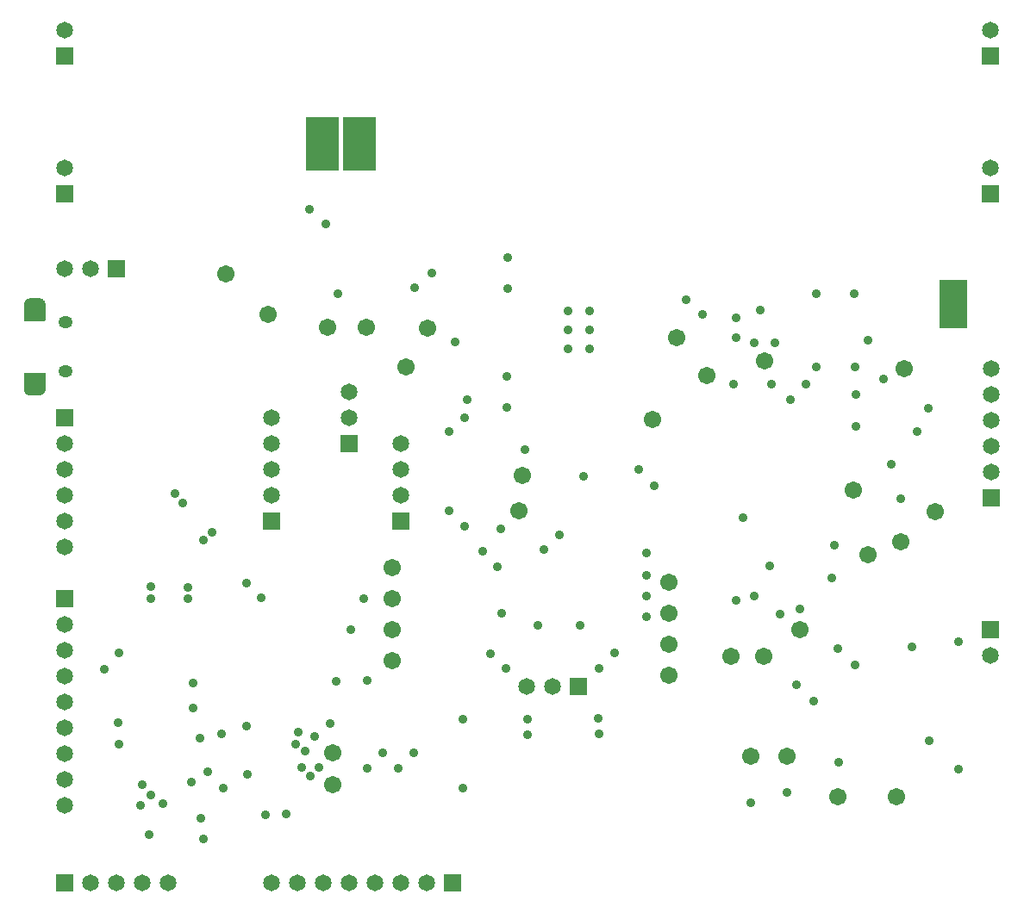
<source format=gbs>
G04*
G04 #@! TF.GenerationSoftware,Altium Limited,Altium Designer,18.1.9 (240)*
G04*
G04 Layer_Color=16711935*
%FSLAX25Y25*%
%MOIN*%
G70*
G01*
G75*
%ADD42O,0.05324X0.02667*%
%ADD43O,0.05521X0.04734*%
%ADD44C,0.06506*%
%ADD45R,0.06506X0.06506*%
%ADD46R,0.06506X0.06506*%
%ADD47C,0.06702*%
%ADD48C,0.03600*%
%ADD104R,0.10500X0.19000*%
%ADD105R,0.12819X0.21000*%
G36*
X15256Y214943D02*
X15302Y214932D01*
X15345Y214914D01*
X15385Y214889D01*
X15421Y214859D01*
X15452Y214823D01*
X15477Y214782D01*
X15495Y214739D01*
X15506Y214693D01*
X15510Y214646D01*
Y208347D01*
Y207955D01*
X15509Y207943D01*
Y207931D01*
X15507Y207920D01*
X15506Y207908D01*
X15503Y207896D01*
X15501Y207885D01*
X15498Y207873D01*
X15495Y207862D01*
X15490Y207851D01*
X15487Y207840D01*
X15187Y207116D01*
X15182Y207106D01*
X15177Y207095D01*
X15171Y207085D01*
X15166Y207074D01*
X15159Y207065D01*
X15152Y207054D01*
X15145Y207046D01*
X15138Y207036D01*
X15129Y207028D01*
X15122Y207019D01*
X14568Y206465D01*
X14559Y206457D01*
X14551Y206449D01*
X14541Y206442D01*
X14532Y206434D01*
X14522Y206428D01*
X14513Y206421D01*
X14502Y206416D01*
X14492Y206410D01*
X14481Y206405D01*
X14470Y206400D01*
X13747Y206100D01*
X13736Y206096D01*
X13725Y206092D01*
X13713Y206089D01*
X13702Y206085D01*
X13690Y206083D01*
X13679Y206081D01*
X13667Y206080D01*
X13655Y206078D01*
X13644D01*
X13632Y206077D01*
X9305D01*
X9293Y206078D01*
X9282D01*
X9270Y206080D01*
X9258Y206081D01*
X9247Y206083D01*
X9235Y206085D01*
X9224Y206089D01*
X9212Y206092D01*
X9201Y206096D01*
X9190Y206100D01*
X8467Y206400D01*
X8456Y206405D01*
X8445Y206410D01*
X8435Y206416D01*
X8424Y206421D01*
X8415Y206428D01*
X8405Y206434D01*
X8396Y206442D01*
X8386Y206449D01*
X8378Y206457D01*
X8369Y206465D01*
X7815Y207019D01*
X7807Y207028D01*
X7799Y207036D01*
X7792Y207046D01*
X7785Y207054D01*
X7778Y207065D01*
X7771Y207074D01*
X7766Y207085D01*
X7760Y207095D01*
X7755Y207106D01*
X7750Y207116D01*
X7450Y207840D01*
X7447Y207851D01*
X7442Y207862D01*
X7439Y207873D01*
X7436Y207885D01*
X7434Y207896D01*
X7431Y207908D01*
X7430Y207920D01*
X7428Y207931D01*
Y207943D01*
X7427Y207955D01*
Y208347D01*
Y214646D01*
X7431Y214693D01*
X7442Y214739D01*
X7460Y214782D01*
X7485Y214823D01*
X7516Y214859D01*
X7552Y214889D01*
X7592Y214914D01*
X7635Y214932D01*
X7681Y214943D01*
X7728Y214947D01*
X15209D01*
X15256Y214943D01*
D02*
G37*
G36*
X13644Y243686D02*
X13655D01*
X13667Y243684D01*
X13679Y243683D01*
X13690Y243680D01*
X13702Y243678D01*
X13713Y243675D01*
X13725Y243672D01*
X13736Y243668D01*
X13747Y243664D01*
X14470Y243364D01*
X14481Y243359D01*
X14492Y243354D01*
X14502Y243348D01*
X14513Y243343D01*
X14522Y243336D01*
X14532Y243330D01*
X14541Y243322D01*
X14551Y243315D01*
X14559Y243307D01*
X14568Y243299D01*
X15122Y242745D01*
X15129Y242736D01*
X15138Y242728D01*
X15145Y242718D01*
X15152Y242709D01*
X15159Y242699D01*
X15166Y242690D01*
X15171Y242679D01*
X15177Y242669D01*
X15182Y242658D01*
X15187Y242648D01*
X15487Y241924D01*
X15490Y241913D01*
X15495Y241902D01*
X15498Y241890D01*
X15501Y241879D01*
X15503Y241867D01*
X15506Y241856D01*
X15507Y241844D01*
X15509Y241832D01*
Y241821D01*
X15510Y241809D01*
Y241417D01*
Y235118D01*
X15506Y235071D01*
X15495Y235025D01*
X15477Y234981D01*
X15452Y234941D01*
X15421Y234905D01*
X15385Y234875D01*
X15345Y234850D01*
X15302Y234832D01*
X15256Y234821D01*
X15209Y234817D01*
X7728D01*
X7681Y234821D01*
X7635Y234832D01*
X7592Y234850D01*
X7552Y234875D01*
X7516Y234905D01*
X7485Y234941D01*
X7460Y234981D01*
X7442Y235025D01*
X7431Y235071D01*
X7427Y235118D01*
Y241417D01*
Y241809D01*
X7428Y241821D01*
Y241832D01*
X7430Y241844D01*
X7431Y241856D01*
X7434Y241867D01*
X7436Y241879D01*
X7439Y241890D01*
X7442Y241902D01*
X7447Y241913D01*
X7450Y241924D01*
X7750Y242648D01*
X7755Y242658D01*
X7760Y242669D01*
X7766Y242679D01*
X7771Y242690D01*
X7778Y242699D01*
X7785Y242709D01*
X7792Y242718D01*
X7799Y242728D01*
X7807Y242736D01*
X7815Y242745D01*
X8369Y243299D01*
X8378Y243307D01*
X8386Y243315D01*
X8396Y243322D01*
X8405Y243330D01*
X8415Y243336D01*
X8424Y243343D01*
X8435Y243348D01*
X8445Y243354D01*
X8456Y243359D01*
X8467Y243364D01*
X9190Y243664D01*
X9201Y243668D01*
X9212Y243672D01*
X9224Y243675D01*
X9235Y243678D01*
X9247Y243680D01*
X9258Y243683D01*
X9270Y243684D01*
X9282Y243686D01*
X9293D01*
X9305Y243687D01*
X13632D01*
X13644Y243686D01*
D02*
G37*
D42*
X11468Y211053D02*
D03*
Y238711D02*
D03*
D43*
X23280Y215335D02*
D03*
Y234429D02*
D03*
D44*
X63000Y17500D02*
D03*
X53000D02*
D03*
X43000D02*
D03*
X33000D02*
D03*
X133000Y197500D02*
D03*
Y207500D02*
D03*
X163000Y17500D02*
D03*
X153000D02*
D03*
X143000D02*
D03*
X133000D02*
D03*
X123000D02*
D03*
X113000D02*
D03*
X103000D02*
D03*
X23000Y187500D02*
D03*
Y177500D02*
D03*
Y167500D02*
D03*
Y157500D02*
D03*
Y147500D02*
D03*
X103000Y197500D02*
D03*
Y187500D02*
D03*
Y177500D02*
D03*
Y167500D02*
D03*
X23000Y107500D02*
D03*
Y97500D02*
D03*
Y87500D02*
D03*
Y77500D02*
D03*
Y67500D02*
D03*
Y57500D02*
D03*
Y47500D02*
D03*
Y117500D02*
D03*
X153000Y187500D02*
D03*
Y177500D02*
D03*
Y167500D02*
D03*
X211500Y93500D02*
D03*
X201500D02*
D03*
X381000Y347500D02*
D03*
Y294000D02*
D03*
X23000Y347500D02*
D03*
Y294000D02*
D03*
X381000Y105626D02*
D03*
X381233Y176540D02*
D03*
Y186540D02*
D03*
Y196540D02*
D03*
Y206540D02*
D03*
Y216540D02*
D03*
X33000Y255000D02*
D03*
X23000D02*
D03*
D45*
Y17500D02*
D03*
X173000D02*
D03*
X221500Y93500D02*
D03*
X43000Y255000D02*
D03*
D46*
X133000Y187500D02*
D03*
X23000Y197500D02*
D03*
X103000Y157500D02*
D03*
X23000Y127500D02*
D03*
X153000Y157500D02*
D03*
X381000Y337500D02*
D03*
Y284000D02*
D03*
X23000Y337500D02*
D03*
Y284000D02*
D03*
X381000Y115626D02*
D03*
X381233Y166540D02*
D03*
D47*
X322100Y50700D02*
D03*
X344693D02*
D03*
X139500Y232500D02*
D03*
X124500D02*
D03*
X307206Y115500D02*
D03*
X333733Y144500D02*
D03*
X359733Y161140D02*
D03*
X346473Y149640D02*
D03*
X347733Y216380D02*
D03*
X328000Y169500D02*
D03*
X271333Y213928D02*
D03*
X250233Y196845D02*
D03*
X302400Y66500D02*
D03*
X288200D02*
D03*
X293500Y219500D02*
D03*
X126500Y55500D02*
D03*
X293240Y105000D02*
D03*
X126500Y67958D02*
D03*
X280500Y105000D02*
D03*
X256600Y97767D02*
D03*
Y109767D02*
D03*
Y121767D02*
D03*
Y133767D02*
D03*
X149500Y103382D02*
D03*
Y115382D02*
D03*
Y127382D02*
D03*
Y139382D02*
D03*
X101500Y237500D02*
D03*
X198500Y161500D02*
D03*
X85240Y253240D02*
D03*
X163200Y232000D02*
D03*
X155000Y217206D02*
D03*
X200050Y175050D02*
D03*
X259500Y228584D02*
D03*
D48*
X80000Y153172D02*
D03*
X76793Y150000D02*
D03*
X65658Y168000D02*
D03*
X68500Y164500D02*
D03*
X98840Y127700D02*
D03*
X56400Y127400D02*
D03*
X70500D02*
D03*
X75500Y42500D02*
D03*
X76500Y34500D02*
D03*
X56426Y132059D02*
D03*
X70500Y131950D02*
D03*
X363500Y233956D02*
D03*
Y248933D02*
D03*
Y241444D02*
D03*
X370000Y234012D02*
D03*
Y248988D02*
D03*
Y241500D02*
D03*
X217500Y224012D02*
D03*
Y238988D02*
D03*
Y231500D02*
D03*
X226000D02*
D03*
X173921Y226812D02*
D03*
X201100Y185300D02*
D03*
X322000Y108234D02*
D03*
X158400Y247900D02*
D03*
X165000Y253400D02*
D03*
X357093Y201000D02*
D03*
X352500Y192300D02*
D03*
X292000Y239224D02*
D03*
X208245Y146500D02*
D03*
X295500Y140174D02*
D03*
X44000Y106500D02*
D03*
X128000Y95500D02*
D03*
X55500Y36000D02*
D03*
X83575Y75200D02*
D03*
X72000Y56600D02*
D03*
X115900Y68400D02*
D03*
X113300Y75800D02*
D03*
X112300Y71200D02*
D03*
X121300Y62200D02*
D03*
X118000Y58900D02*
D03*
X114654Y62300D02*
D03*
X119500Y74000D02*
D03*
X93300Y78200D02*
D03*
X138500Y127640D02*
D03*
X72825Y94800D02*
D03*
X61100Y48046D02*
D03*
X52200Y47500D02*
D03*
X84300Y54300D02*
D03*
X78200Y60600D02*
D03*
X100607Y43800D02*
D03*
X108800Y44100D02*
D03*
X93500Y59600D02*
D03*
X56426Y51500D02*
D03*
X72825Y85001D02*
D03*
X53000Y55500D02*
D03*
X139900Y95735D02*
D03*
X75401Y73658D02*
D03*
X43769Y79500D02*
D03*
X44000Y71000D02*
D03*
X38300Y100300D02*
D03*
X93185Y133385D02*
D03*
X125500Y79225D02*
D03*
X288200Y48500D02*
D03*
X133500Y115500D02*
D03*
X223500Y174900D02*
D03*
X303500Y204500D02*
D03*
X289500Y128479D02*
D03*
X282761Y126941D02*
D03*
X299500Y121500D02*
D03*
X368698Y61500D02*
D03*
X322300Y64200D02*
D03*
X302400Y52400D02*
D03*
X229200Y81112D02*
D03*
X229500Y75200D02*
D03*
X306000Y94000D02*
D03*
X312500Y87800D02*
D03*
X328500Y101900D02*
D03*
X357433Y72502D02*
D03*
X201900Y74958D02*
D03*
Y80751D02*
D03*
X146099Y67922D02*
D03*
X139900Y61958D02*
D03*
X191700Y154400D02*
D03*
X190400Y139800D02*
D03*
X328500Y217206D02*
D03*
X313500Y217000D02*
D03*
X289500Y226500D02*
D03*
X297500D02*
D03*
X333733Y227500D02*
D03*
X313706Y245500D02*
D03*
X328233D02*
D03*
X214465Y152265D02*
D03*
X282761Y236105D02*
D03*
X350698Y108734D02*
D03*
X368698Y110734D02*
D03*
X158135Y67958D02*
D03*
X152135Y61958D02*
D03*
X177135Y54217D02*
D03*
Y80958D02*
D03*
X282557Y228584D02*
D03*
X263221Y243250D02*
D03*
X269545Y237386D02*
D03*
X123000Y296100D02*
D03*
X126000Y300000D02*
D03*
Y305500D02*
D03*
X120500Y310600D02*
D03*
X126000D02*
D03*
X136100Y296100D02*
D03*
X133200Y300000D02*
D03*
Y305400D02*
D03*
Y310600D02*
D03*
X138100D02*
D03*
X339698Y212640D02*
D03*
X329048Y206540D02*
D03*
Y194140D02*
D03*
X346233Y166140D02*
D03*
X342733Y179640D02*
D03*
X226000Y238988D02*
D03*
X178500Y204500D02*
D03*
X281706Y210345D02*
D03*
X296206D02*
D03*
X309706Y210380D02*
D03*
X244833Y177345D02*
D03*
X250833Y171180D02*
D03*
X285233Y158853D02*
D03*
X307206Y123580D02*
D03*
X319671Y135416D02*
D03*
X320706Y148270D02*
D03*
X248100Y136500D02*
D03*
X235657Y106626D02*
D03*
X187657Y106305D02*
D03*
X229692Y100626D02*
D03*
X193621D02*
D03*
X248100Y120500D02*
D03*
Y128500D02*
D03*
Y145000D02*
D03*
X192000Y121780D02*
D03*
X206000Y117000D02*
D03*
X222465D02*
D03*
X184500Y145800D02*
D03*
X194392Y247500D02*
D03*
Y259500D02*
D03*
X193892Y201500D02*
D03*
Y213500D02*
D03*
X177500Y155500D02*
D03*
X171500Y161500D02*
D03*
Y192300D02*
D03*
X177665Y197500D02*
D03*
X128500Y245500D02*
D03*
X226000Y224012D02*
D03*
X117500Y278000D02*
D03*
X124000Y272500D02*
D03*
D104*
X366750Y241500D02*
D03*
D105*
X122599Y303500D02*
D03*
X136910D02*
D03*
M02*

</source>
